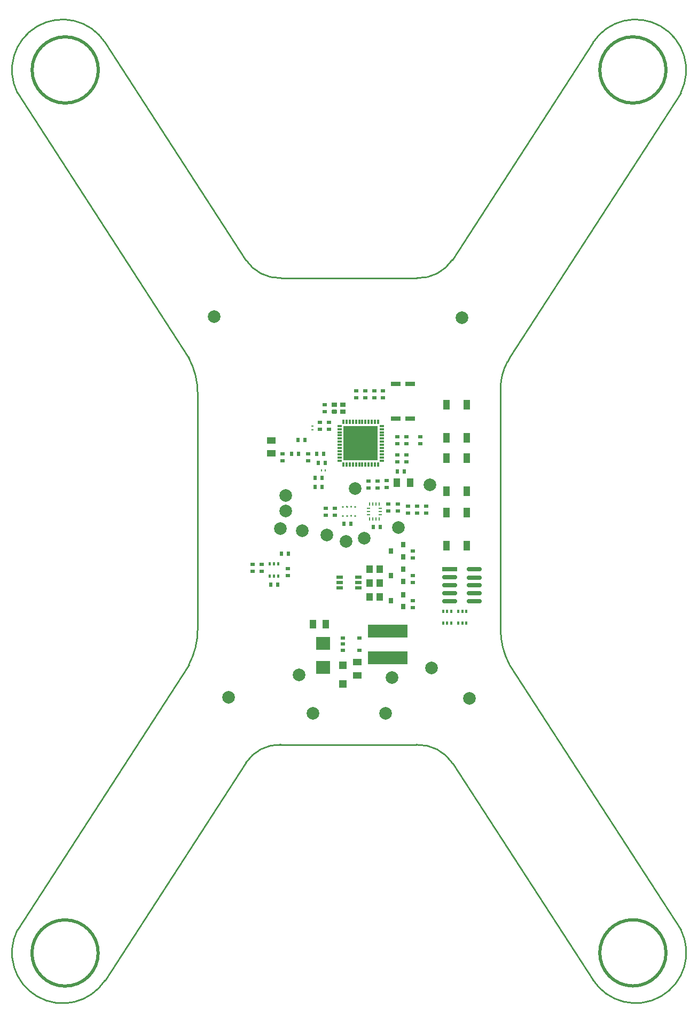
<source format=gtp>
G04 Layer_Color=8421504*
%FSLAX44Y44*%
%MOMM*%
G71*
G01*
G75*
%ADD12R,0.7000X0.6000*%
%ADD13R,0.6000X0.7000*%
%ADD14C,2.0000*%
%ADD15R,1.0000X1.5500*%
%ADD16R,1.0000X1.4500*%
%ADD17R,1.4500X1.0000*%
%ADD18R,1.2200X1.2500*%
%ADD19R,2.1800X2.0000*%
%ADD20O,2.4000X0.7500*%
%ADD21R,2.4000X0.7500*%
%ADD22R,6.3000X2.1500*%
%ADD23R,0.2750X0.3000*%
%ADD24R,0.3000X0.2750*%
%ADD25R,1.1000X1.3000*%
%ADD26R,0.7000X0.5000*%
%ADD27R,0.4750X0.2500*%
%ADD28R,0.2500X0.4750*%
%ADD30R,0.8000X0.9000*%
%ADD31R,0.3000X0.6000*%
%ADD32R,1.6000X0.7000*%
%ADD33R,0.8500X0.7500*%
G04:AMPARAMS|DCode=34|XSize=0.85mm|YSize=0.75mm|CornerRadius=0.1875mm|HoleSize=0mm|Usage=FLASHONLY|Rotation=0.000|XOffset=0mm|YOffset=0mm|HoleType=Round|Shape=RoundedRectangle|*
%AMROUNDEDRECTD34*
21,1,0.8500,0.3750,0,0,0.0*
21,1,0.4750,0.7500,0,0,0.0*
1,1,0.3750,0.2375,-0.1875*
1,1,0.3750,-0.2375,-0.1875*
1,1,0.3750,-0.2375,0.1875*
1,1,0.3750,0.2375,0.1875*
%
%ADD34ROUNDEDRECTD34*%
%ADD35R,0.6500X0.3000*%
%ADD36R,0.3000X0.6500*%
%ADD37R,5.4000X5.4000*%
%ADD38R,1.0000X0.5500*%
%ADD43C,0.2540*%
%ADD70C,0.1750*%
%ADD71C,0.5000*%
D12*
X1035500Y1879750D02*
D03*
Y1890750D02*
D03*
X1049750Y1879750D02*
D03*
Y1890750D02*
D03*
X1021250Y1879750D02*
D03*
Y1890750D02*
D03*
X1064000Y1879750D02*
D03*
Y1890750D02*
D03*
X1123250Y1818000D02*
D03*
Y1807000D02*
D03*
X1072500Y1700750D02*
D03*
Y1711750D02*
D03*
X1087000Y1700750D02*
D03*
Y1711750D02*
D03*
X987500Y1704500D02*
D03*
Y1693500D02*
D03*
X973500Y1704500D02*
D03*
Y1693500D02*
D03*
X944750Y1780000D02*
D03*
Y1791000D02*
D03*
X904750Y1791500D02*
D03*
Y1780500D02*
D03*
X1086500Y1807000D02*
D03*
Y1818000D02*
D03*
X1100750Y1807000D02*
D03*
Y1818000D02*
D03*
X1086250Y1789750D02*
D03*
Y1778750D02*
D03*
X1100750Y1789750D02*
D03*
Y1778750D02*
D03*
X1069250Y1748500D02*
D03*
Y1737500D02*
D03*
X1055000Y1748250D02*
D03*
Y1737250D02*
D03*
X963500Y1841000D02*
D03*
Y1830000D02*
D03*
X977750Y1841000D02*
D03*
Y1830000D02*
D03*
X1041000Y1737250D02*
D03*
Y1748250D02*
D03*
X1117750Y1697000D02*
D03*
Y1708000D02*
D03*
X1103500Y1697000D02*
D03*
Y1708000D02*
D03*
X1132000Y1697000D02*
D03*
Y1708000D02*
D03*
X1111500Y1587500D02*
D03*
Y1598500D02*
D03*
Y1626500D02*
D03*
Y1637500D02*
D03*
Y1547500D02*
D03*
Y1558500D02*
D03*
X913000Y1598500D02*
D03*
Y1609500D02*
D03*
X857250Y1604750D02*
D03*
Y1615750D02*
D03*
X971750Y1869250D02*
D03*
Y1858250D02*
D03*
X871750Y1615750D02*
D03*
Y1604750D02*
D03*
D13*
X970002Y1791252D02*
D03*
X959002D02*
D03*
X1048250Y1675250D02*
D03*
X1059250D02*
D03*
X1012750Y1680250D02*
D03*
X1001750D02*
D03*
X1086250Y1763250D02*
D03*
X1097250D02*
D03*
X956250Y1752750D02*
D03*
X967250D02*
D03*
X956250Y1738500D02*
D03*
X967250D02*
D03*
X961000Y1776750D02*
D03*
X972000D02*
D03*
X929252Y1813502D02*
D03*
X940252D02*
D03*
X919252Y1791002D02*
D03*
X930252D02*
D03*
X913500Y1633000D02*
D03*
X902500D02*
D03*
X886250Y1584000D02*
D03*
X897250D02*
D03*
D14*
X796250Y2009000D02*
D03*
X1201250Y1403500D02*
D03*
X819250Y1405000D02*
D03*
X1188750Y2006750D02*
D03*
X1140500Y1452000D02*
D03*
X952500Y1379500D02*
D03*
X930750Y1440750D02*
D03*
X1067500Y1379500D02*
D03*
X1078000Y1436750D02*
D03*
X975000Y1662500D02*
D03*
X1019750Y1736250D02*
D03*
X1088250Y1674000D02*
D03*
X1138250Y1741750D02*
D03*
X1033750Y1657500D02*
D03*
X1005500Y1652250D02*
D03*
X910000Y1725500D02*
D03*
X936250Y1669500D02*
D03*
X900750Y1672500D02*
D03*
X910000Y1701000D02*
D03*
D15*
X1164250Y1731750D02*
D03*
Y1784250D02*
D03*
X1196250D02*
D03*
Y1731750D02*
D03*
X1164250Y1816750D02*
D03*
Y1869250D02*
D03*
X1196250D02*
D03*
Y1816750D02*
D03*
X1164250Y1645750D02*
D03*
Y1698250D02*
D03*
X1196250D02*
D03*
Y1645750D02*
D03*
D16*
X973250Y1521500D02*
D03*
X952750D02*
D03*
X1106500Y1745250D02*
D03*
X1086000D02*
D03*
D17*
X1023000Y1440250D02*
D03*
Y1460750D02*
D03*
X886750Y1812750D02*
D03*
Y1792250D02*
D03*
D18*
X1000498Y1456250D02*
D03*
X1000500Y1426750D02*
D03*
D19*
X969000Y1452500D02*
D03*
Y1490500D02*
D03*
D20*
X1208250Y1582750D02*
D03*
Y1570050D02*
D03*
Y1557351D02*
D03*
X1169250D02*
D03*
Y1570050D02*
D03*
X1208250Y1595149D02*
D03*
X1169250Y1595449D02*
D03*
Y1582750D02*
D03*
X1208250Y1608149D02*
D03*
D21*
X1169250D02*
D03*
D22*
X1071000Y1509750D02*
D03*
Y1468250D02*
D03*
D23*
X966595Y1764750D02*
D03*
X971875D02*
D03*
D24*
X951750Y1834905D02*
D03*
Y1829625D02*
D03*
D25*
X1058500Y1586000D02*
D03*
X1042500D02*
D03*
X1058500Y1608000D02*
D03*
X1042500D02*
D03*
X1058500Y1564000D02*
D03*
X1042500D02*
D03*
D26*
X1026000Y1480000D02*
D03*
Y1499000D02*
D03*
X1000000Y1480000D02*
D03*
Y1489500D02*
D03*
Y1499000D02*
D03*
D27*
X1059130Y1705000D02*
D03*
Y1695000D02*
D03*
Y1700000D02*
D03*
X1040875D02*
D03*
Y1695000D02*
D03*
Y1705000D02*
D03*
D28*
X1057500Y1688380D02*
D03*
X1052500D02*
D03*
X1047500D02*
D03*
X1042500D02*
D03*
Y1711625D02*
D03*
X1047500D02*
D03*
X1052500D02*
D03*
X1057500D02*
D03*
D30*
X1076250Y1598500D02*
D03*
X1096250Y1589000D02*
D03*
Y1608000D02*
D03*
X1076250Y1637500D02*
D03*
X1096250Y1628000D02*
D03*
Y1647000D02*
D03*
X1076250Y1558500D02*
D03*
X1096250Y1549000D02*
D03*
Y1568000D02*
D03*
D31*
X884500Y1597500D02*
D03*
Y1616500D02*
D03*
X891000Y1597500D02*
D03*
X897500D02*
D03*
X891000Y1616500D02*
D03*
X897500D02*
D03*
X1183000Y1522750D02*
D03*
Y1541750D02*
D03*
X1189500Y1522750D02*
D03*
X1196000D02*
D03*
X1189500Y1541750D02*
D03*
X1196000D02*
D03*
X1159000Y1522750D02*
D03*
Y1541750D02*
D03*
X1165500Y1522750D02*
D03*
X1172000D02*
D03*
X1165500Y1541750D02*
D03*
X1172000D02*
D03*
D32*
X1084000Y1901750D02*
D03*
X1107000Y1846750D02*
D03*
Y1901750D02*
D03*
X1084000Y1846750D02*
D03*
D33*
X1000250Y1869000D02*
D03*
Y1858500D02*
D03*
X986750Y1869000D02*
D03*
D34*
Y1858500D02*
D03*
D35*
X1062250Y1810500D02*
D03*
Y1815500D02*
D03*
Y1795500D02*
D03*
X994750Y1790500D02*
D03*
X1062250Y1785500D02*
D03*
Y1780500D02*
D03*
X994750Y1835500D02*
D03*
Y1830500D02*
D03*
Y1825500D02*
D03*
Y1820500D02*
D03*
Y1800500D02*
D03*
Y1805500D02*
D03*
X1062250D02*
D03*
Y1800500D02*
D03*
Y1820500D02*
D03*
Y1825500D02*
D03*
Y1830500D02*
D03*
Y1835500D02*
D03*
X994750Y1780500D02*
D03*
Y1785500D02*
D03*
X1062250Y1790500D02*
D03*
X994750Y1795500D02*
D03*
Y1815500D02*
D03*
Y1810500D02*
D03*
D36*
X1021000Y1841750D02*
D03*
X1041000Y1774250D02*
D03*
X1011000Y1841750D02*
D03*
X1006000D02*
D03*
X1001000Y1774250D02*
D03*
X1056000D02*
D03*
X1051000D02*
D03*
X1046000D02*
D03*
X1016000Y1841750D02*
D03*
X1031000Y1774250D02*
D03*
X1036000Y1841750D02*
D03*
X1026000Y1774250D02*
D03*
Y1841750D02*
D03*
X1036000Y1774250D02*
D03*
X1031000Y1841750D02*
D03*
X1016000Y1774250D02*
D03*
X1046000Y1841750D02*
D03*
X1051000D02*
D03*
X1056000D02*
D03*
X1001000D02*
D03*
X1006000Y1774250D02*
D03*
X1011000D02*
D03*
X1041000Y1841750D02*
D03*
X1021000Y1774250D02*
D03*
D37*
X1028500Y1808000D02*
D03*
D38*
X1024500Y1578500D02*
D03*
Y1587000D02*
D03*
Y1595500D02*
D03*
X995500D02*
D03*
Y1587000D02*
D03*
Y1578500D02*
D03*
D43*
X623250Y2443500D02*
G03*
X484250Y2363500I-67341J-43750D01*
G01*
X846279Y2099019D02*
G03*
X902000Y2070000I53619J34952D01*
G01*
X770000Y1887238D02*
G03*
X755890Y1943326I-118485J12D01*
G01*
X1260856Y1936902D02*
G03*
X1250250Y1894741I78458J-42152D01*
G01*
X1118000Y2070000D02*
G03*
X1173721Y2099019I2102J63971D01*
G01*
X1535750Y2363500D02*
G03*
X1396750Y2443500I-71658J36250D01*
G01*
X755906Y1456698D02*
G03*
X770016Y1512786I-104375J56076D01*
G01*
X901797Y1330073D02*
G03*
X846366Y1301205I-2091J-63639D01*
G01*
X484266Y1036525D02*
G03*
X623266Y956525I71658J-36250D01*
G01*
X1250250Y1513011D02*
G03*
X1264360Y1456924I118485J-12D01*
G01*
X1174358Y1300137D02*
G03*
X1117036Y1329989I-55160J-35956D01*
G01*
X1397000Y956750D02*
G03*
X1536000Y1036750I67341J43750D01*
G01*
X623250Y2443500D02*
X846238Y2098992D01*
X484250Y2363500D02*
X754899Y1945332D01*
X755957Y1943363D01*
X1265101Y1945332D02*
X1535750Y2363500D01*
X1173762Y2098992D02*
X1396750Y2443500D01*
X754915Y1454692D02*
X755973Y1456661D01*
X484266Y1036525D02*
X754915Y1454692D01*
X623266Y956525D02*
X846254Y1301032D01*
X1264293Y1456887D02*
X1265351Y1454918D01*
X1536000Y1036750D01*
X1174741Y1300131D02*
X1397000Y956750D01*
X902000Y2070000D02*
X1118000D01*
X770000Y1887238D02*
X770016D01*
X770000Y1513250D02*
X770016D01*
Y1887238D01*
X1250250Y1513011D02*
Y1894750D01*
X899707Y1330025D02*
X1117036D01*
X1260636Y1937022D02*
X1265101Y1945332D01*
D70*
X1007625Y1707250D02*
G03*
X1007625Y1707250I-875J0D01*
G01*
X1001125D02*
G03*
X1001125Y1707250I-875J0D01*
G01*
X1014125D02*
G03*
X1014125Y1707250I-875J0D01*
G01*
X1020625D02*
G03*
X1020625Y1707250I-875J0D01*
G01*
X1007625Y1692750D02*
G03*
X1007625Y1692750I-875J0D01*
G01*
X1001125D02*
G03*
X1001125Y1692750I-875J0D01*
G01*
X1014125D02*
G03*
X1014125Y1692750I-875J0D01*
G01*
X1020625D02*
G03*
X1020625Y1692750I-875J0D01*
G01*
D71*
X612250Y999750D02*
G03*
X612250Y999750I-52500J0D01*
G01*
X1512500Y1000000D02*
G03*
X1512500Y1000000I-52500J0D01*
G01*
Y2400000D02*
G03*
X1512500Y2400000I-52500J0D01*
G01*
X612500D02*
G03*
X612500Y2400000I-52500J0D01*
G01*
M02*

</source>
